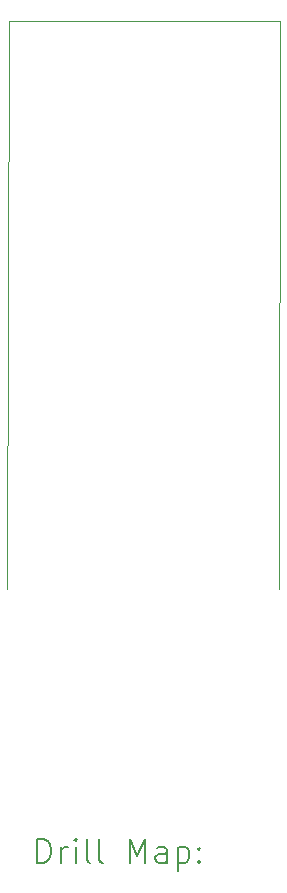
<source format=gbr>
%TF.GenerationSoftware,KiCad,Pcbnew,6.0.11+dfsg-1*%
%TF.CreationDate,2025-09-02T17:45:51-05:00*%
%TF.ProjectId,TinyFreq,54696e79-4672-4657-912e-6b696361645f,rev?*%
%TF.SameCoordinates,Original*%
%TF.FileFunction,Drillmap*%
%TF.FilePolarity,Positive*%
%FSLAX45Y45*%
G04 Gerber Fmt 4.5, Leading zero omitted, Abs format (unit mm)*
G04 Created by KiCad (PCBNEW 6.0.11+dfsg-1) date 2025-09-02 17:45:51*
%MOMM*%
%LPD*%
G01*
G04 APERTURE LIST*
%ADD10C,0.100000*%
%ADD11C,0.200000*%
G04 APERTURE END LIST*
D10*
X12440500Y-11208000D02*
X12450000Y-6400000D01*
X14750000Y-6400000D02*
X14740500Y-11208000D01*
X12450000Y-6400000D02*
X14750000Y-6400000D01*
D11*
X12693119Y-13523476D02*
X12693119Y-13323476D01*
X12740738Y-13323476D01*
X12769309Y-13333000D01*
X12788357Y-13352048D01*
X12797881Y-13371095D01*
X12807405Y-13409190D01*
X12807405Y-13437762D01*
X12797881Y-13475857D01*
X12788357Y-13494905D01*
X12769309Y-13513952D01*
X12740738Y-13523476D01*
X12693119Y-13523476D01*
X12893119Y-13523476D02*
X12893119Y-13390143D01*
X12893119Y-13428238D02*
X12902643Y-13409190D01*
X12912167Y-13399667D01*
X12931214Y-13390143D01*
X12950262Y-13390143D01*
X13016928Y-13523476D02*
X13016928Y-13390143D01*
X13016928Y-13323476D02*
X13007405Y-13333000D01*
X13016928Y-13342524D01*
X13026452Y-13333000D01*
X13016928Y-13323476D01*
X13016928Y-13342524D01*
X13140738Y-13523476D02*
X13121690Y-13513952D01*
X13112167Y-13494905D01*
X13112167Y-13323476D01*
X13245500Y-13523476D02*
X13226452Y-13513952D01*
X13216928Y-13494905D01*
X13216928Y-13323476D01*
X13474071Y-13523476D02*
X13474071Y-13323476D01*
X13540738Y-13466333D01*
X13607405Y-13323476D01*
X13607405Y-13523476D01*
X13788357Y-13523476D02*
X13788357Y-13418714D01*
X13778833Y-13399667D01*
X13759786Y-13390143D01*
X13721690Y-13390143D01*
X13702643Y-13399667D01*
X13788357Y-13513952D02*
X13769309Y-13523476D01*
X13721690Y-13523476D01*
X13702643Y-13513952D01*
X13693119Y-13494905D01*
X13693119Y-13475857D01*
X13702643Y-13456809D01*
X13721690Y-13447286D01*
X13769309Y-13447286D01*
X13788357Y-13437762D01*
X13883595Y-13390143D02*
X13883595Y-13590143D01*
X13883595Y-13399667D02*
X13902643Y-13390143D01*
X13940738Y-13390143D01*
X13959786Y-13399667D01*
X13969309Y-13409190D01*
X13978833Y-13428238D01*
X13978833Y-13485381D01*
X13969309Y-13504428D01*
X13959786Y-13513952D01*
X13940738Y-13523476D01*
X13902643Y-13523476D01*
X13883595Y-13513952D01*
X14064548Y-13504428D02*
X14074071Y-13513952D01*
X14064548Y-13523476D01*
X14055024Y-13513952D01*
X14064548Y-13504428D01*
X14064548Y-13523476D01*
X14064548Y-13399667D02*
X14074071Y-13409190D01*
X14064548Y-13418714D01*
X14055024Y-13409190D01*
X14064548Y-13399667D01*
X14064548Y-13418714D01*
M02*

</source>
